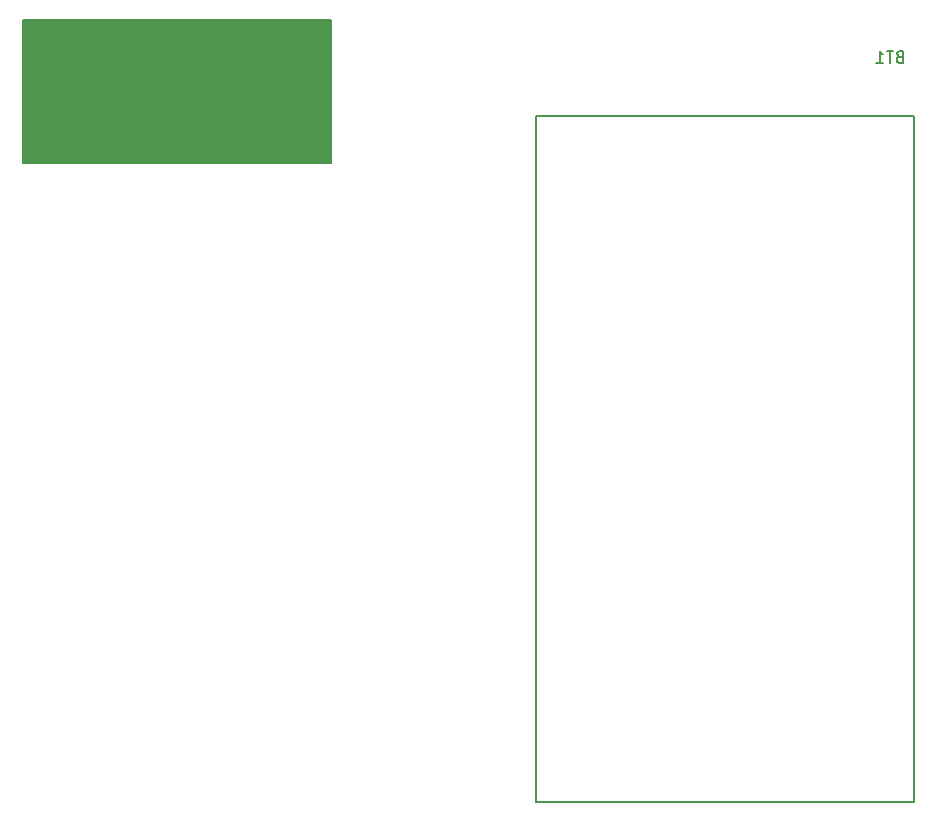
<source format=gbr>
G04 #@! TF.GenerationSoftware,KiCad,Pcbnew,(5.0.2-5)-5*
G04 #@! TF.CreationDate,2022-03-24T12:02:08+00:00*
G04 #@! TF.ProjectId,bee-badge-2000,6265652d-6261-4646-9765-2d323030302e,rev?*
G04 #@! TF.SameCoordinates,Original*
G04 #@! TF.FileFunction,Legend,Bot*
G04 #@! TF.FilePolarity,Positive*
%FSLAX46Y46*%
G04 Gerber Fmt 4.6, Leading zero omitted, Abs format (unit mm)*
G04 Created by KiCad (PCBNEW (5.0.2-5)-5) date Thursday, 24 March 2022 at 12:02:08*
%MOMM*%
%LPD*%
G01*
G04 APERTURE LIST*
%ADD10C,0.150000*%
G04 APERTURE END LIST*
D10*
G36*
X82550000Y-19685000D02*
X108585000Y-19685000D01*
X108585000Y-31750000D01*
X82550000Y-31750000D01*
X82550000Y-19685000D01*
G37*
X82550000Y-19685000D02*
X108585000Y-19685000D01*
X108585000Y-31750000D01*
X82550000Y-31750000D01*
X82550000Y-19685000D01*
G04 #@! TO.C,BT1*
X157955000Y-85820000D02*
X125955000Y-85820000D01*
X157955000Y-27820000D02*
X125955000Y-27820000D01*
X125955000Y-85820000D02*
X125955000Y-27820000D01*
X157955000Y-85820000D02*
X157955000Y-27820000D01*
X156740714Y-22748571D02*
X156597857Y-22796190D01*
X156550238Y-22843809D01*
X156502619Y-22939047D01*
X156502619Y-23081904D01*
X156550238Y-23177142D01*
X156597857Y-23224761D01*
X156693095Y-23272380D01*
X157074047Y-23272380D01*
X157074047Y-22272380D01*
X156740714Y-22272380D01*
X156645476Y-22320000D01*
X156597857Y-22367619D01*
X156550238Y-22462857D01*
X156550238Y-22558095D01*
X156597857Y-22653333D01*
X156645476Y-22700952D01*
X156740714Y-22748571D01*
X157074047Y-22748571D01*
X156216904Y-22272380D02*
X155645476Y-22272380D01*
X155931190Y-23272380D02*
X155931190Y-22272380D01*
X154788333Y-23272380D02*
X155359761Y-23272380D01*
X155074047Y-23272380D02*
X155074047Y-22272380D01*
X155169285Y-22415238D01*
X155264523Y-22510476D01*
X155359761Y-22558095D01*
G04 #@! TD*
M02*

</source>
